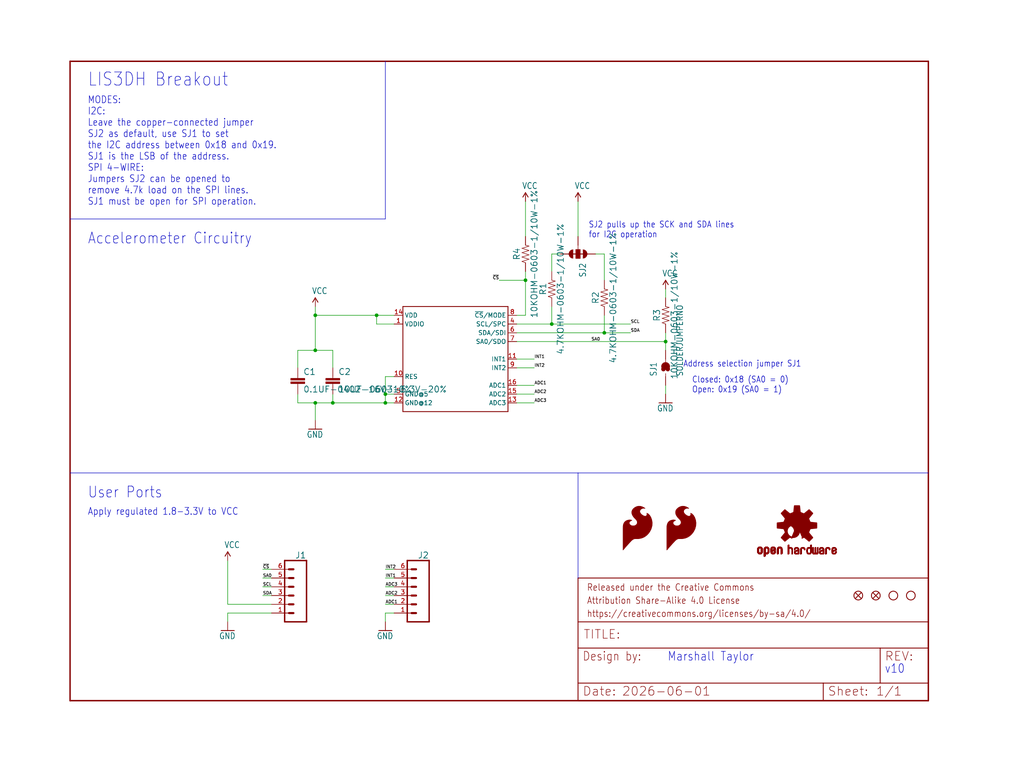
<source format=kicad_sch>
(kicad_sch (version 20230121) (generator eeschema)
  (paper "User" 297.002 223.926)
  (lib_symbols
    (symbol "SparkFun_LIS3DH-Breakout-eagle-import:0.1UF-0402-16V-10%"
      (property "Reference" "C" (at 1.524 2.921 0))
      (symbol "0.1UF-0402-16V-10%_1_0"
        (pin passive line (at 0 5.08 270) (length 2.54) (name "1") (number "1"))
        (pin passive line (at 0 -2.54 90) (length 2.54) (name "2") (number "2"))
      )
    )
    (symbol "SparkFun_LIS3DH-Breakout-eagle-import:10KOHM-0603-1/10W-1%"
      (property "Reference" "R" (at 0 1.524 0))
      (symbol "10KOHM-0603-1/10W-1%_1_0"
        (pin passive line (at -5.08 0 0) (length 2.54) (name "1") (number "1"))
        (pin passive line (at 5.08 0 180) (length 2.54) (name "2") (number "2"))
      )
    )
    (symbol "SparkFun_LIS3DH-Breakout-eagle-import:10UF-0603-6.3V-20%"
      (property "Reference" "C" (at 1.524 2.921 0))
      (symbol "10UF-0603-6.3V-20%_1_0"
        (pin passive line (at 0 5.08 270) (length 2.54) (name "1") (number "1"))
        (pin passive line (at 0 -2.54 90) (length 2.54) (name "2") (number "2"))
      )
    )
    (symbol "SparkFun_LIS3DH-Breakout-eagle-import:4.7KOHM-0603-1/10W-1%"
      (property "Reference" "R" (at 0 1.524 0))
      (symbol "4.7KOHM-0603-1/10W-1%_1_0"
        (pin passive line (at -5.08 0 0) (length 2.54) (name "1") (number "1"))
        (pin passive line (at 5.08 0 180) (length 2.54) (name "2") (number "2"))
      )
    )
    (symbol "SparkFun_LIS3DH-Breakout-eagle-import:CONN_06NO_SILK_FEMALE_PTH"
      (property "Reference" "J" (at -5.08 10.668 0))
      (symbol "CONN_06NO_SILK_FEMALE_PTH_1_0"
        (pin passive line (at 5.08 -5.08 180) (length 5.08) (name "1") (number "1"))
        (pin passive line (at 5.08 -2.54 180) (length 5.08) (name "2") (number "2"))
        (pin passive line (at 5.08 0 180) (length 5.08) (name "3") (number "3"))
        (pin passive line (at 5.08 2.54 180) (length 5.08) (name "4") (number "4"))
        (pin passive line (at 5.08 5.08 180) (length 5.08) (name "5") (number "5"))
        (pin passive line (at 5.08 7.62 180) (length 5.08) (name "6") (number "6"))
      )
    )
    (symbol "SparkFun_LIS3DH-Breakout-eagle-import:FIDUCIALUFIDUCIAL")
    (symbol "SparkFun_LIS3DH-Breakout-eagle-import:FRAME-LETTER"
      (symbol "FRAME-LETTER_2_0"
        (text "${#}/${##}" (at 86.36 1.27 0) (effects (font (size 2.54 2.54)) (justify left bottom)))
        (text "${CURRENT_DATE}" (at 12.7 1.27 0) (effects (font (size 2.54 2.54)) (justify left bottom)))
        (text "${PROJECTNAME}" (at 15.494 17.78 0) (effects (font (size 2.7432 2.7432)) (justify left bottom)))
        (text "Attribution Share-Alike 4.0 License" (at 2.54 27.94 0) (effects (font (size 1.9304 1.6408)) (justify left bottom)))
        (text "Date:" (at 1.27 1.27 0) (effects (font (size 2.54 2.54)) (justify left bottom)))
        (text "Design by:" (at 1.27 11.43 0) (effects (font (size 2.54 2.159)) (justify left bottom)))
        (text "https://creativecommons.org/licenses/by-sa/4.0/" (at 2.54 24.13 0) (effects (font (size 1.9304 1.6408)) (justify left bottom)))
        (text "Released under the Creative Commons" (at 2.54 31.75 0) (effects (font (size 1.9304 1.6408)) (justify left bottom)))
        (text "REV:" (at 88.9 11.43 0) (effects (font (size 2.54 2.54)) (justify left bottom)))
        (text "Sheet:" (at 72.39 1.27 0) (effects (font (size 2.54 2.54)) (justify left bottom)))
        (text "TITLE:" (at 1.524 17.78 0) (effects (font (size 2.54 2.54)) (justify left bottom)))
      )
    )
    (symbol "SparkFun_LIS3DH-Breakout-eagle-import:GND" (power)
      (property "Value" "GND" (at -2.54 -2.54 0))
      (symbol "GND_1_0"
        (pin power_in line (at 0 2.54 270) (length 2.54) (name "GND") (number "1"))
      )
    )
    (symbol "SparkFun_LIS3DH-Breakout-eagle-import:JUMPER-PAD-3-NC_BY_TRACE"
      (property "Reference" "SJ" (at 2.54 0.381 0))
      (symbol "JUMPER-PAD-3-NC_BY_TRACE_1_0"
        (pin passive line (at 0 5.08 270) (length 2.54) (name "1") (number "1"))
        (pin passive line (at -5.08 0 0) (length 2.54) (name "2") (number "2"))
        (pin passive line (at 0 -5.08 90) (length 2.54) (name "3") (number "3"))
      )
    )
    (symbol "SparkFun_LIS3DH-Breakout-eagle-import:LIS3DH"
      (symbol "LIS3DH_1_0"
        (pin bidirectional line (at -17.78 10.16 0) (length 2.54) (name "VDDIO") (number "1"))
        (pin bidirectional line (at -17.78 -5.08 0) (length 2.54) (name "RES") (number "10"))
        (pin bidirectional line (at 17.78 0 180) (length 2.54) (name "INT1") (number "11"))
        (pin bidirectional line (at -17.78 -12.7 0) (length 2.54) (name "GND@12") (number "12"))
        (pin bidirectional line (at 17.78 -12.7 180) (length 2.54) (name "ADC3") (number "13"))
        (pin bidirectional line (at -17.78 12.7 0) (length 2.54) (name "VDD") (number "14"))
        (pin bidirectional line (at 17.78 -10.16 180) (length 2.54) (name "ADC2") (number "15"))
        (pin bidirectional line (at 17.78 -7.62 180) (length 2.54) (name "ADC1") (number "16"))
        (pin bidirectional line (at 17.78 10.16 180) (length 2.54) (name "SCL/SPC") (number "4"))
        (pin bidirectional line (at -17.78 -10.16 0) (length 2.54) (name "GND@5") (number "5"))
        (pin bidirectional line (at 17.78 7.62 180) (length 2.54) (name "SDA/SDI") (number "6"))
        (pin bidirectional line (at 17.78 5.08 180) (length 2.54) (name "SA0/SDO") (number "7"))
        (pin bidirectional line (at 17.78 12.7 180) (length 2.54) (name "~{CS}/MODE") (number "8"))
        (pin bidirectional line (at 17.78 -2.54 180) (length 2.54) (name "INT2") (number "9"))
      )
    )
    (symbol "SparkFun_LIS3DH-Breakout-eagle-import:OSHW-LOGOS")
    (symbol "SparkFun_LIS3DH-Breakout-eagle-import:SFE_LOGO_FLAME.1_INCH")
    (symbol "SparkFun_LIS3DH-Breakout-eagle-import:SOLDERJUMPERNO"
      (property "Reference" "SJ" (at -2.54 2.54 0))
      (symbol "SOLDERJUMPERNO_1_0"
        (pin passive line (at -5.08 0 0) (length 2.54) (name "1") (number "1"))
        (pin passive line (at 5.08 0 180) (length 2.54) (name "2") (number "2"))
      )
    )
    (symbol "SparkFun_LIS3DH-Breakout-eagle-import:STAND-OFF")
    (symbol "SparkFun_LIS3DH-Breakout-eagle-import:VCC" (power)
      (property "Value" "VCC" (at -1.016 3.556 0))
      (symbol "VCC_1_0"
        (pin power_in line (at 0 0 90) (length 2.54) (name "VCC") (number "1"))
      )
    )
  )
  (junction (at 91.44 101.6))
  (junction (at 152.4 81.28))
  (junction (at 175.26 96.52))
  (junction (at 193.04 99.06))
  (junction (at 160.02 93.98))
  (junction (at 109.22 91.44))
  (junction (at 91.44 91.44))
  (junction (at 96.52 116.84))
  (junction (at 111.76 116.84))
  (junction (at 91.44 116.84))
  (junction (at 111.76 114.3))
  (wire (pts (xy 86.36 106.68) (xy 86.36 101.6)) (stroke (width 0.1524)))
  (wire (pts (xy 66.04 175.26) (xy 66.04 162.56)) (stroke (width 0.1524)))
  (wire (pts (xy 175.26 96.52) (xy 175.26 91.44)) (stroke (width 0.1524)))
  (wire (pts (xy 114.3 170.18) (xy 111.76 170.18)) (stroke (width 0.1524)))
  (wire (pts (xy 96.52 114.3) (xy 96.52 116.84)) (stroke (width 0.1524)))
  (wire (pts (xy 193.04 83.82) (xy 193.04 86.36)) (stroke (width 0.1524)))
  (wire (pts (xy 91.44 116.84) (xy 91.44 121.92)) (stroke (width 0.1524)))
  (wire (pts (xy 78.74 167.64) (xy 76.2 167.64)) (stroke (width 0.1524)))
  (wire (pts (xy 149.86 114.3) (xy 154.94 114.3)) (stroke (width 0.1524)))
  (wire (pts (xy 109.22 91.44) (xy 114.3 91.44)) (stroke (width 0.1524)))
  (wire (pts (xy 111.76 116.84) (xy 114.3 116.84)) (stroke (width 0.1524)))
  (wire (pts (xy 109.22 93.98) (xy 114.3 93.98)) (stroke (width 0.1524)))
  (wire (pts (xy 149.86 104.14) (xy 154.94 104.14)) (stroke (width 0.1524)))
  (polyline (pts (xy 167.64 137.16) (xy 167.64 167.64)) (stroke (width 0.1524) (type solid)))
  (wire (pts (xy 114.3 172.72) (xy 111.76 172.72)) (stroke (width 0.1524)))
  (wire (pts (xy 86.36 116.84) (xy 91.44 116.84)) (stroke (width 0.1524)))
  (wire (pts (xy 111.76 116.84) (xy 111.76 114.3)) (stroke (width 0.1524)))
  (wire (pts (xy 78.74 170.18) (xy 76.2 170.18)) (stroke (width 0.1524)))
  (wire (pts (xy 149.86 116.84) (xy 154.94 116.84)) (stroke (width 0.1524)))
  (wire (pts (xy 193.04 101.6) (xy 193.04 99.06)) (stroke (width 0.1524)))
  (wire (pts (xy 160.02 93.98) (xy 182.88 93.98)) (stroke (width 0.1524)))
  (wire (pts (xy 114.3 177.8) (xy 111.76 177.8)) (stroke (width 0.1524)))
  (wire (pts (xy 78.74 175.26) (xy 66.04 175.26)) (stroke (width 0.1524)))
  (wire (pts (xy 96.52 106.68) (xy 96.52 101.6)) (stroke (width 0.1524)))
  (wire (pts (xy 86.36 101.6) (xy 91.44 101.6)) (stroke (width 0.1524)))
  (wire (pts (xy 111.76 114.3) (xy 114.3 114.3)) (stroke (width 0.1524)))
  (wire (pts (xy 152.4 81.28) (xy 144.78 81.28)) (stroke (width 0.1524)))
  (wire (pts (xy 162.56 73.66) (xy 160.02 73.66)) (stroke (width 0.1524)))
  (wire (pts (xy 152.4 81.28) (xy 152.4 78.74)) (stroke (width 0.1524)))
  (wire (pts (xy 91.44 91.44) (xy 91.44 88.9)) (stroke (width 0.1524)))
  (wire (pts (xy 96.52 116.84) (xy 91.44 116.84)) (stroke (width 0.1524)))
  (wire (pts (xy 109.22 91.44) (xy 109.22 93.98)) (stroke (width 0.1524)))
  (wire (pts (xy 152.4 68.58) (xy 152.4 58.42)) (stroke (width 0.1524)))
  (wire (pts (xy 111.76 177.8) (xy 111.76 180.34)) (stroke (width 0.1524)))
  (wire (pts (xy 91.44 101.6) (xy 91.44 91.44)) (stroke (width 0.1524)))
  (wire (pts (xy 149.86 99.06) (xy 193.04 99.06)) (stroke (width 0.1524)))
  (wire (pts (xy 149.86 96.52) (xy 175.26 96.52)) (stroke (width 0.1524)))
  (wire (pts (xy 149.86 91.44) (xy 152.4 91.44)) (stroke (width 0.1524)))
  (wire (pts (xy 149.86 93.98) (xy 160.02 93.98)) (stroke (width 0.1524)))
  (wire (pts (xy 167.64 58.42) (xy 167.64 68.58)) (stroke (width 0.1524)))
  (wire (pts (xy 172.72 73.66) (xy 175.26 73.66)) (stroke (width 0.1524)))
  (polyline (pts (xy 167.64 137.16) (xy 269.24 137.16)) (stroke (width 0.1524) (type solid)))
  (wire (pts (xy 152.4 91.44) (xy 152.4 81.28)) (stroke (width 0.1524)))
  (wire (pts (xy 193.04 99.06) (xy 193.04 96.52)) (stroke (width 0.1524)))
  (wire (pts (xy 111.76 114.3) (xy 111.76 109.22)) (stroke (width 0.1524)))
  (wire (pts (xy 160.02 93.98) (xy 160.02 88.9)) (stroke (width 0.1524)))
  (wire (pts (xy 66.04 180.34) (xy 66.04 177.8)) (stroke (width 0.1524)))
  (wire (pts (xy 78.74 177.8) (xy 66.04 177.8)) (stroke (width 0.1524)))
  (wire (pts (xy 149.86 106.68) (xy 154.94 106.68)) (stroke (width 0.1524)))
  (wire (pts (xy 91.44 91.44) (xy 109.22 91.44)) (stroke (width 0.1524)))
  (wire (pts (xy 78.74 172.72) (xy 76.2 172.72)) (stroke (width 0.1524)))
  (wire (pts (xy 175.26 96.52) (xy 182.88 96.52)) (stroke (width 0.1524)))
  (polyline (pts (xy 20.32 137.16) (xy 167.64 137.16)) (stroke (width 0.1524) (type solid)))
  (polyline (pts (xy 20.32 63.5) (xy 111.76 63.5)) (stroke (width 0.1524) (type solid)))
  (polyline (pts (xy 111.76 17.78) (xy 111.76 63.5)) (stroke (width 0.1524) (type solid)))
  (wire (pts (xy 193.04 114.3) (xy 193.04 111.76)) (stroke (width 0.1524)))
  (wire (pts (xy 114.3 167.64) (xy 111.76 167.64)) (stroke (width 0.1524)))
  (wire (pts (xy 96.52 116.84) (xy 111.76 116.84)) (stroke (width 0.1524)))
  (wire (pts (xy 114.3 165.1) (xy 111.76 165.1)) (stroke (width 0.1524)))
  (wire (pts (xy 78.74 165.1) (xy 76.2 165.1)) (stroke (width 0.1524)))
  (wire (pts (xy 86.36 114.3) (xy 86.36 116.84)) (stroke (width 0.1524)))
  (wire (pts (xy 114.3 175.26) (xy 111.76 175.26)) (stroke (width 0.1524)))
  (wire (pts (xy 111.76 109.22) (xy 114.3 109.22)) (stroke (width 0.1524)))
  (wire (pts (xy 149.86 111.76) (xy 154.94 111.76)) (stroke (width 0.1524)))
  (wire (pts (xy 175.26 73.66) (xy 175.26 81.28)) (stroke (width 0.1524)))
  (wire (pts (xy 96.52 101.6) (xy 91.44 101.6)) (stroke (width 0.1524)))
  (wire (pts (xy 160.02 73.66) (xy 160.02 78.74)) (stroke (width 0.1524)))
  (text "v10" (at 256.54 195.58 0) (effects (font (size 2.54 2.159)) (justify left bottom)))
  (text "Marshall Taylor" (at 193.548 192.024 0) (effects (font (size 2.54 2.159)) (justify left bottom)))
  (text "MODES:\nI2C:\nLeave the copper-connected jumper\nSJ2 as default, use SJ1 to set\nthe I2C address between 0x18 and 0x19.\nSJ1 is the LSB of the address.\nSPI 4-WIRE:\nJumpers SJ2 can be opened to\nremove 4.7k load on the SPI lines.\nSJ1 must be open for SPI operation." (at 25.4 27.94 0) (effects (font (size 2.032 1.7272)) (justify left top)))
  (text "Accelerometer Circuitry" (at 25.4 71.12 0) (effects (font (size 3.175 2.6987)) (justify left bottom)))
  (text "SJ2 pulls up the SCK and SDA lines\nfor I2C operation" (at 170.688 64.262 0) (effects (font (size 1.778 1.5113)) (justify left top)))
  (text "Address selection jumper SJ1" (at 198.12 106.68 0) (effects (font (size 1.778 1.5113)) (justify left bottom)))
  (text "Closed: 0x18 (SA0 = 0)\nOpen: 0x19 (SA0 = 1)" (at 200.66 109.22 0) (effects (font (size 1.778 1.5113)) (justify left top)))
  (text "Apply regulated 1.8-3.3V to VCC" (at 25.4 147.32 0) (effects (font (size 2.032 1.7272)) (justify left top)))
  (text "LIS3DH Breakout" (at 25.4 25.4 0) (effects (font (size 3.81 3.2385)) (justify left bottom)))
  (text "User Ports" (at 25.4 144.78 0) (effects (font (size 3.175 2.6987)) (justify left bottom)))
  (label "INT1" (at 111.76 167.64 0) (effects (font (size 0.889 0.889))))
  (label "INT1" (at 154.94 104.14 0) (effects (font (size 0.889 0.889))))
  (label "~{CS}" (at 76.2 165.1 0) (effects (font (size 0.889 0.889))))
  (label "ADC1" (at 154.94 111.76 0) (effects (font (size 0.889 0.889))))
  (label "INT2" (at 154.94 106.68 0) (effects (font (size 0.889 0.889))))
  (label "SCL" (at 182.88 93.98 0) (effects (font (size 0.889 0.889))))
  (label "ADC3" (at 111.76 170.18 0) (effects (font (size 0.889 0.889))))
  (label "ADC3" (at 154.94 116.84 0) (effects (font (size 0.889 0.889))))
  (label "INT2" (at 111.76 165.1 0) (effects (font (size 0.889 0.889))))
  (label "SA0" (at 171.45 99.06 0) (effects (font (size 0.889 0.889))))
  (label "ADC2" (at 111.76 172.72 0) (effects (font (size 0.889 0.889))))
  (label "SCL" (at 76.2 170.18 0) (effects (font (size 0.889 0.889))))
  (label "SDA" (at 182.88 96.52 0) (effects (font (size 0.889 0.889))))
  (label "~{CS}" (at 144.78 81.28 180) (effects (font (size 0.889 0.889))))
  (label "ADC2" (at 154.94 114.3 0) (effects (font (size 0.889 0.889))))
  (label "SA0" (at 76.2 167.64 0) (effects (font (size 0.889 0.889))))
  (label "SDA" (at 76.2 172.72 0) (effects (font (size 0.889 0.889))))
  (label "ADC1" (at 111.76 175.26 0) (effects (font (size 0.889 0.889))))
  (symbol (lib_id "SparkFun_LIS3DH-Breakout-eagle-import:10KOHM-0603-1/10W-1%") (at 193.04 91.44 90) (unit 1)
    (property "Reference" "R3" (at 191.516 91.44 0) (effects (font (size 1.778 1.778)) (justify bottom)))
    (property "Value" "10KOHM-0603-1/10W-1%" (at 194.564 91.44 0) (effects (font (size 1.778 1.778)) (justify top)))
    (property "Footprint" "SparkFun_LIS3DH-Breakout:0603" (effects hide))
  )
  (symbol (lib_id "SparkFun_LIS3DH-Breakout-eagle-import:10UF-0603-6.3V-20%") (at 96.52 111.76 0) (unit 1)
    (property "Reference" "C2" (at 98.044 108.839 0) (effects (font (size 1.778 1.778)) (justify left bottom)))
    (property "Value" "10UF-0603-6.3V-20%" (at 98.044 113.919 0) (effects (font (size 1.778 1.778)) (justify left bottom)))
    (property "Footprint" "SparkFun_LIS3DH-Breakout:0603" (effects hide))
  )
  (symbol (lib_id "SparkFun_LIS3DH-Breakout-eagle-import:CONN_06NO_SILK_FEMALE_PTH") (at 83.82 172.72 0) (mirror y) (unit 1)
    (property "Reference" "J1" (at 88.9 162.052 0) (effects (font (size 1.778 1.778)) (justify left bottom)))
    (property "Value" "CONN_06NO_SILK_FEMALE_PTH" (effects hide))
    (property "Footprint" "SparkFun_LIS3DH-Breakout:1X06_NO_SILK" (effects hide))
  )
  (symbol (lib_id "SparkFun_LIS3DH-Breakout-eagle-import:VCC") (at 167.64 58.42 0) (unit 1)
    (property "Reference" "#P+3" (effects hide))
    (property "Value" "VCC" (at 166.624 54.864 0) (effects (font (size 1.778 1.5113)) (justify left bottom)))
  )
  (symbol (lib_id "SparkFun_LIS3DH-Breakout-eagle-import:VCC") (at 193.04 83.82 0) (unit 1)
    (property "Reference" "#P+4" (effects hide))
    (property "Value" "VCC" (at 192.024 80.264 0) (effects (font (size 1.778 1.5113)) (justify left bottom)))
  )
  (symbol (lib_id "SparkFun_LIS3DH-Breakout-eagle-import:FRAME-LETTER") (at 167.64 203.2 0) (unit 2)
    (property "Reference" "FRAME2" (effects hide))
    (property "Value" "FRAME-LETTER" (effects hide))
    (property "Footprint" "SparkFun_LIS3DH-Breakout:CREATIVE_COMMONS" (effects hide))
  )
  (symbol (lib_id "SparkFun_LIS3DH-Breakout-eagle-import:LIS3DH") (at 132.08 104.14 0) (unit 1)
    (property "Reference" "U1" (effects hide))
    (property "Value" "LIS3DH" (effects hide))
    (property "Footprint" "SparkFun_LIS3DH-Breakout:LGA-16-3X3" (effects hide))
  )
  (symbol (lib_id "SparkFun_LIS3DH-Breakout-eagle-import:OSHW-LOGOS") (at 231.14 152.4 0) (unit 1)
    (property "Reference" "U$1" (effects hide))
    (property "Value" "OSHW-LOGOS" (effects hide))
    (property "Footprint" "SparkFun_LIS3DH-Breakout:OSHW-LOGO-S" (effects hide))
  )
  (symbol (lib_id "SparkFun_LIS3DH-Breakout-eagle-import:VCC") (at 152.4 58.42 0) (unit 1)
    (property "Reference" "#P+2" (effects hide))
    (property "Value" "VCC" (at 151.384 54.864 0) (effects (font (size 1.778 1.5113)) (justify left bottom)))
  )
  (symbol (lib_id "SparkFun_LIS3DH-Breakout-eagle-import:STAND-OFF") (at 259.08 172.72 0) (unit 1)
    (property "Reference" "JP4" (effects hide))
    (property "Value" "STAND-OFF" (effects hide))
    (property "Footprint" "SparkFun_LIS3DH-Breakout:STAND-OFF" (effects hide))
  )
  (symbol (lib_id "SparkFun_LIS3DH-Breakout-eagle-import:FRAME-LETTER") (at 20.32 203.2 0) (unit 1)
    (property "Reference" "FRAME2" (effects hide))
    (property "Value" "FRAME-LETTER" (effects hide))
    (property "Footprint" "SparkFun_LIS3DH-Breakout:CREATIVE_COMMONS" (effects hide))
  )
  (symbol (lib_id "SparkFun_LIS3DH-Breakout-eagle-import:SOLDERJUMPERNO") (at 193.04 106.68 90) (unit 1)
    (property "Reference" "SJ1" (at 190.5 109.22 0) (effects (font (size 1.778 1.5113)) (justify left bottom)))
    (property "Value" "SOLDERJUMPERNO" (at 198.12 109.22 0) (effects (font (size 1.778 1.5113)) (justify left bottom)))
    (property "Footprint" "SparkFun_LIS3DH-Breakout:SJ_2S-NO" (effects hide))
  )
  (symbol (lib_id "SparkFun_LIS3DH-Breakout-eagle-import:0.1UF-0402-16V-10%") (at 86.36 111.76 0) (unit 1)
    (property "Reference" "C1" (at 87.884 108.839 0) (effects (font (size 1.778 1.778)) (justify left bottom)))
    (property "Value" "0.1UF-0402-16V-10%" (at 87.884 113.919 0) (effects (font (size 1.778 1.778)) (justify left bottom)))
    (property "Footprint" "SparkFun_LIS3DH-Breakout:0402" (effects hide))
  )
  (symbol (lib_id "SparkFun_LIS3DH-Breakout-eagle-import:SFE_LOGO_FLAME.1_INCH") (at 180.34 160.02 0) (unit 1)
    (property "Reference" "LOGO2" (effects hide))
    (property "Value" "SFE_LOGO_FLAME.1_INCH" (effects hide))
    (property "Footprint" "SparkFun_LIS3DH-Breakout:SFE_LOGO_FLAME_.1" (effects hide))
  )
  (symbol (lib_id "SparkFun_LIS3DH-Breakout-eagle-import:GND") (at 111.76 182.88 0) (unit 1)
    (property "Reference" "#GND4" (effects hide))
    (property "Value" "GND" (at 109.22 185.42 0) (effects (font (size 1.778 1.5113)) (justify left bottom)))
  )
  (symbol (lib_id "SparkFun_LIS3DH-Breakout-eagle-import:4.7KOHM-0603-1/10W-1%") (at 160.02 83.82 90) (unit 1)
    (property "Reference" "R1" (at 158.496 83.82 0) (effects (font (size 1.778 1.778)) (justify bottom)))
    (property "Value" "4.7KOHM-0603-1/10W-1%" (at 161.544 83.82 0) (effects (font (size 1.778 1.778)) (justify top)))
    (property "Footprint" "SparkFun_LIS3DH-Breakout:0603" (effects hide))
  )
  (symbol (lib_id "SparkFun_LIS3DH-Breakout-eagle-import:FIDUCIALUFIDUCIAL") (at 248.92 172.72 0) (unit 1)
    (property "Reference" "JP2" (effects hide))
    (property "Value" "FIDUCIALUFIDUCIAL" (effects hide))
    (property "Footprint" "SparkFun_LIS3DH-Breakout:MICRO-FIDUCIAL" (effects hide))
  )
  (symbol (lib_id "SparkFun_LIS3DH-Breakout-eagle-import:VCC") (at 66.04 162.56 0) (unit 1)
    (property "Reference" "#SUPPLY1" (effects hide))
    (property "Value" "VCC" (at 65.024 159.004 0) (effects (font (size 1.778 1.5113)) (justify left bottom)))
  )
  (symbol (lib_id "SparkFun_LIS3DH-Breakout-eagle-import:JUMPER-PAD-3-NC_BY_TRACE") (at 167.64 73.66 270) (unit 1)
    (property "Reference" "SJ2" (at 168.021 76.2 0) (effects (font (size 1.778 1.5113)) (justify left bottom)))
    (property "Value" "JUMPER-PAD-3-NC_BY_TRACE" (effects hide))
    (property "Footprint" "SparkFun_LIS3DH-Breakout:PAD-JUMPER-3-3OF3_NC_BY_TRACE_YES_SILK_FULL_BOX" (effects hide))
  )
  (symbol (lib_id "SparkFun_LIS3DH-Breakout-eagle-import:STAND-OFF") (at 264.16 172.72 0) (unit 1)
    (property "Reference" "JP3" (effects hide))
    (property "Value" "STAND-OFF" (effects hide))
    (property "Footprint" "SparkFun_LIS3DH-Breakout:STAND-OFF" (effects hide))
  )
  (symbol (lib_id "SparkFun_LIS3DH-Breakout-eagle-import:FIDUCIALUFIDUCIAL") (at 254 172.72 0) (unit 1)
    (property "Reference" "JP6" (effects hide))
    (property "Value" "FIDUCIALUFIDUCIAL" (effects hide))
    (property "Footprint" "SparkFun_LIS3DH-Breakout:MICRO-FIDUCIAL" (effects hide))
  )
  (symbol (lib_id "SparkFun_LIS3DH-Breakout-eagle-import:GND") (at 91.44 124.46 0) (unit 1)
    (property "Reference" "#GND1" (effects hide))
    (property "Value" "GND" (at 88.9 127 0) (effects (font (size 1.778 1.5113)) (justify left bottom)))
  )
  (symbol (lib_id "SparkFun_LIS3DH-Breakout-eagle-import:GND") (at 193.04 116.84 0) (unit 1)
    (property "Reference" "#GND2" (effects hide))
    (property "Value" "GND" (at 190.5 119.38 0) (effects (font (size 1.778 1.5113)) (justify left bottom)))
  )
  (symbol (lib_id "SparkFun_LIS3DH-Breakout-eagle-import:10KOHM-0603-1/10W-1%") (at 152.4 73.66 90) (unit 1)
    (property "Reference" "R4" (at 150.876 73.66 0) (effects (font (size 1.778 1.778)) (justify bottom)))
    (property "Value" "10KOHM-0603-1/10W-1%" (at 153.924 73.66 0) (effects (font (size 1.778 1.778)) (justify top)))
    (property "Footprint" "SparkFun_LIS3DH-Breakout:0603" (effects hide))
  )
  (symbol (lib_id "SparkFun_LIS3DH-Breakout-eagle-import:SFE_LOGO_FLAME.1_INCH") (at 193.04 160.02 0) (unit 1)
    (property "Reference" "LOGO1" (effects hide))
    (property "Value" "SFE_LOGO_FLAME.1_INCH" (effects hide))
    (property "Footprint" "SparkFun_LIS3DH-Breakout:SFE_LOGO_FLAME_.1" (effects hide))
  )
  (symbol (lib_id "SparkFun_LIS3DH-Breakout-eagle-import:VCC") (at 91.44 88.9 0) (unit 1)
    (property "Reference" "#P+1" (effects hide))
    (property "Value" "VCC" (at 90.424 85.344 0) (effects (font (size 1.778 1.5113)) (justify left bottom)))
  )
  (symbol (lib_id "SparkFun_LIS3DH-Breakout-eagle-import:4.7KOHM-0603-1/10W-1%") (at 175.26 86.36 90) (unit 1)
    (property "Reference" "R2" (at 173.736 86.36 0) (effects (font (size 1.778 1.778)) (justify bottom)))
    (property "Value" "4.7KOHM-0603-1/10W-1%" (at 176.784 86.36 0) (effects (font (size 1.778 1.778)) (justify top)))
    (property "Footprint" "SparkFun_LIS3DH-Breakout:0603" (effects hide))
  )
  (symbol (lib_id "SparkFun_LIS3DH-Breakout-eagle-import:GND") (at 66.04 182.88 0) (unit 1)
    (property "Reference" "#GND3" (effects hide))
    (property "Value" "GND" (at 63.5 185.42 0) (effects (font (size 1.778 1.5113)) (justify left bottom)))
  )
  (symbol (lib_id "SparkFun_LIS3DH-Breakout-eagle-import:CONN_06NO_SILK_FEMALE_PTH") (at 119.38 172.72 0) (mirror y) (unit 1)
    (property "Reference" "J2" (at 124.46 162.052 0) (effects (font (size 1.778 1.778)) (justify left bottom)))
    (property "Value" "CONN_06NO_SILK_FEMALE_PTH" (effects hide))
    (property "Footprint" "SparkFun_LIS3DH-Breakout:1X06_NO_SILK" (effects hide))
  )
)
</source>
